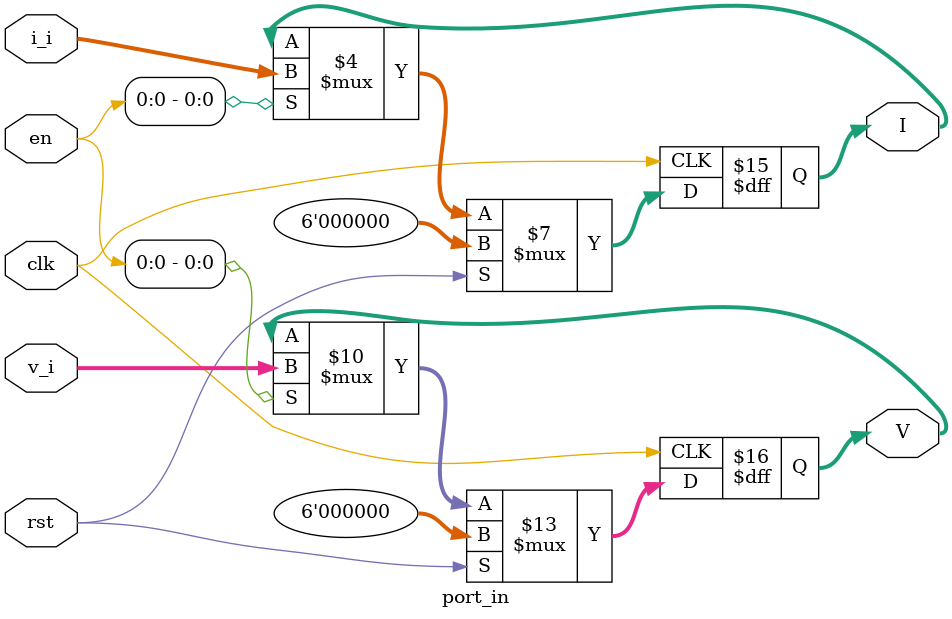
<source format=v>
module port_in

(
    input            clk,
    input            rst,
    input      [5:0] v_i,
    input      [5:0] i_i,
    input      [3:0] en,
    output reg [5:0] V,
    output reg [5:0] I   
);

always @(posedge clk)
    begin
        if(rst)
        V <= 0;
        else if (en[0])
        V <= v_i;
        else
        V <= V;
    end

always @(posedge clk)
    begin
        if(rst)
        I <= 0;
        else if (en[0])
        I <= i_i;
        else
        I <= I;
    end

endmodule

</source>
